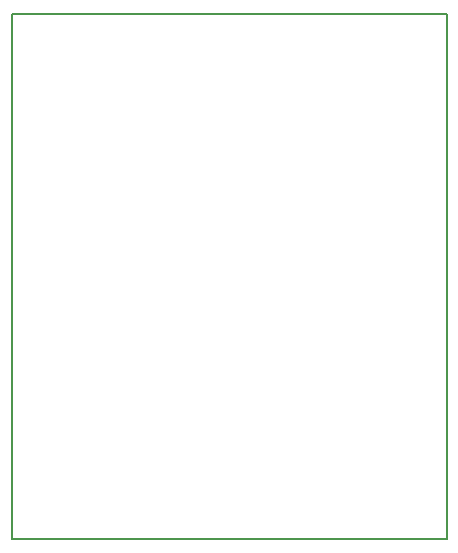
<source format=gbr>
G04 #@! TF.FileFunction,Profile,NP*
%FSLAX46Y46*%
G04 Gerber Fmt 4.6, Leading zero omitted, Abs format (unit mm)*
G04 Created by KiCad (PCBNEW 4.0.0-rc1-stable) date 10/20/2015 7:52:27 PM*
%MOMM*%
G01*
G04 APERTURE LIST*
%ADD10C,0.100000*%
%ADD11C,0.150000*%
G04 APERTURE END LIST*
D10*
D11*
X130810000Y-153670000D02*
X167640000Y-153670000D01*
X130810000Y-109220000D02*
X130810000Y-153670000D01*
X167640000Y-109220000D02*
X130810000Y-109220000D01*
X167640000Y-153670000D02*
X167640000Y-109220000D01*
M02*

</source>
